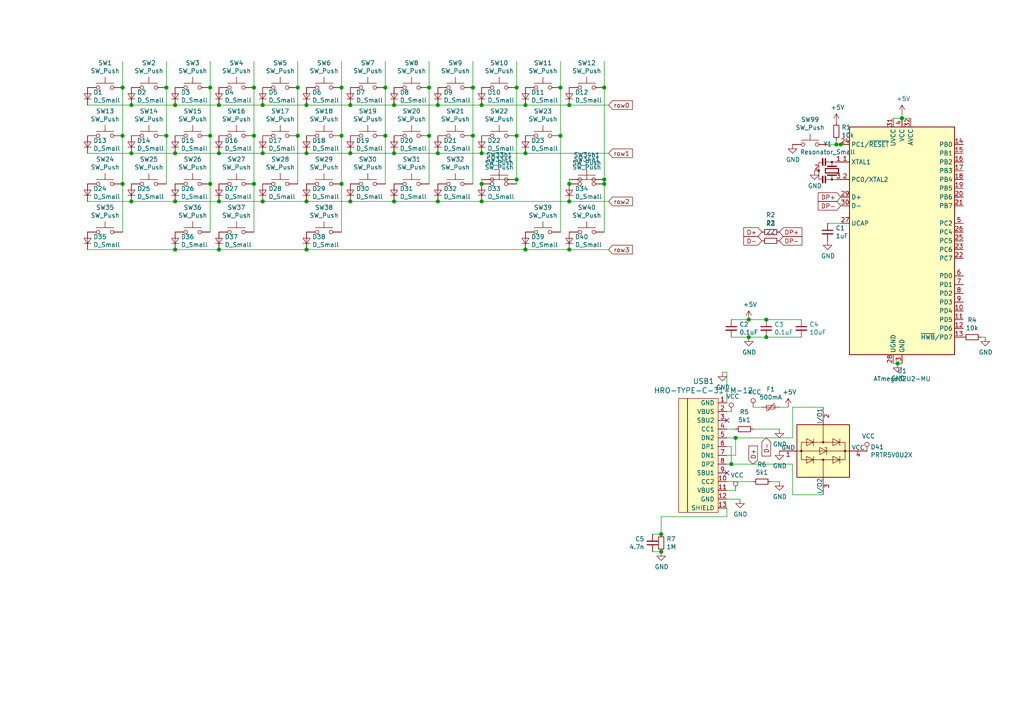
<source format=kicad_sch>
(kicad_sch (version 20210126) (generator eeschema)
  (paper "A4")
  (lib_symbols
    (symbol "Device:C_Small" (pin_numbers hide) (pin_names (offset 0.254) hide)
      (property "Reference" "C" (at 0.254 1.778 0))
      (property "Value" "C_Small" (at 0.254 -2.032 0))
      (symbol "C_Small_0_1"
        (polyline (pts (xy -1.524 -0.508) (xy 1.524 -0.508)) (stroke (width 0.3302)))
        (polyline (pts (xy -1.524 0.508) (xy 1.524 0.508)) (stroke (width 0.3048)))
      )
      (symbol "C_Small_1_1"
        (pin passive line (at 0 2.54 270) (length 2.032) (name "~") (number "1"))
        (pin passive line (at 0 -2.54 90) (length 2.032) (name "~") (number "2"))
      )
    )
    (symbol "Device:D_Small" (pin_numbers hide) (pin_names (offset 0.254) hide)
      (property "Reference" "D" (at -1.27 2.032 0))
      (property "Value" "D_Small" (at -3.81 -2.032 0))
      (symbol "D_Small_0_1"
        (polyline (pts (xy -0.762 -1.016) (xy -0.762 1.016)))
        (polyline (pts (xy -0.762 0) (xy 0.762 0)))
        (polyline (pts (xy 0.762 -1.016) (xy -0.762 0) (xy 0.762 1.016) (xy 0.762 -1.016)))
      )
      (symbol "D_Small_1_1"
        (pin passive line (at -2.54 0 0) (length 1.778) (name "K") (number "1"))
        (pin passive line (at 2.54 0 180) (length 1.778) (name "A") (number "2"))
      )
    )
    (symbol "Device:Polyfuse_Small" (pin_numbers hide) (pin_names (offset 0))
      (property "Reference" "F" (at -1.905 0 90))
      (property "Value" "Polyfuse_Small" (at 1.905 0 90))
      (symbol "Polyfuse_Small_0_1"
        (rectangle (start -0.508 1.27) (end 0.508 -1.27))
        (polyline (pts (xy 0 2.54) (xy 0 -2.54)))
        (polyline (pts (xy -1.016 1.27) (xy -1.016 0.762) (xy 1.016 -0.762) (xy 1.016 -1.27)))
      )
      (symbol "Polyfuse_Small_1_1"
        (pin passive line (at 0 2.54 270) (length 0.635) (name "~") (number "1"))
        (pin passive line (at 0 -2.54 90) (length 0.635) (name "~") (number "2"))
      )
    )
    (symbol "Device:R_Small" (pin_numbers hide) (pin_names (offset 0.254) hide)
      (property "Reference" "R" (at 0.762 0.508 0))
      (property "Value" "R_Small" (at 0.762 -1.016 0))
      (symbol "R_Small_0_1"
        (rectangle (start -0.762 1.778) (end 0.762 -1.778) (stroke (width 0.2032)))
      )
      (symbol "R_Small_1_1"
        (pin passive line (at 0 2.54 270) (length 0.762) (name "~") (number "1"))
        (pin passive line (at 0 -2.54 90) (length 0.762) (name "~") (number "2"))
      )
    )
    (symbol "Device:Resonator_Small" (pin_names (offset 1.016) hide)
      (property "Reference" "Y" (at 3.175 1.905 0))
      (property "Value" "Resonator_Small" (at 3.175 0 0))
      (symbol "Resonator_Small_0_1"
        (circle (center -2.54 0) (radius 0.254) (fill (type outline)))
        (circle (center 0 -3.81) (radius 0.254) (fill (type outline)))
        (circle (center 2.54 0) (radius 0.254) (fill (type outline)))
        (rectangle (start -0.635 1.905) (end 0.635 -1.905) (stroke (width 0.3048)))
        (rectangle (start -3.556 -2.54) (end -1.524 -2.794) (fill (type outline)))
        (rectangle (start -3.556 -1.778) (end -1.524 -2.032) (fill (type outline)))
        (rectangle (start 1.524 -2.54) (end 3.556 -2.794) (fill (type outline)))
        (rectangle (start 1.524 -1.778) (end 3.556 -2.032) (fill (type outline)))
        (polyline (pts (xy -2.54 -1.778) (xy -2.54 0)))
        (polyline (pts (xy -2.54 0) (xy -1.397 0)))
        (polyline (pts (xy -2.54 1.27) (xy -2.54 0)))
        (polyline (pts (xy -1.27 -1.27) (xy -1.27 1.27)) (stroke (width 0.381)))
        (polyline (pts (xy 1.27 -1.27) (xy 1.27 1.27)) (stroke (width 0.381)))
        (polyline (pts (xy 1.27 0) (xy 2.54 0)))
        (polyline (pts (xy 2.54 0) (xy 2.54 -1.778)))
        (polyline (pts (xy 2.54 1.27) (xy 2.54 0)))
        (polyline (pts (xy 2.413 -2.794) (xy 2.413 -3.81) (xy -2.413 -3.81) (xy -2.413 -2.667)))
      )
      (symbol "Resonator_Small_1_1"
        (pin passive line (at -2.54 2.54 270) (length 1.27) (name "1") (number "1"))
        (pin passive line (at 0 -5.08 90) (length 1.27) (name "2") (number "2"))
        (pin passive line (at 2.54 2.54 270) (length 1.27) (name "3") (number "3"))
      )
    )
    (symbol "MCU_Microchip_ATmega:ATmega32U2-MU"
      (property "Reference" "U" (at -15.24 34.29 0))
      (property "Value" "ATmega32U2-MU" (at 2.54 -34.29 0))
      (symbol "ATmega32U2-MU_0_1"
        (rectangle (start -15.24 -33.02) (end 15.24 33.02) (stroke (width 0.254)) (fill (type background)))
      )
      (symbol "ATmega32U2-MU_1_1"
        (pin input line (at -17.78 22.86 0) (length 2.54) (name "XTAL1") (number "1"))
        (pin tri_state line (at 17.78 -20.32 180) (length 2.54) (name "PD4") (number "10"))
        (pin tri_state line (at 17.78 -22.86 180) (length 2.54) (name "PD5") (number "11"))
        (pin tri_state line (at 17.78 -25.4 180) (length 2.54) (name "PD6") (number "12"))
        (pin tri_state line (at 17.78 -27.94 180) (length 2.54) (name "~HWB~/PD7") (number "13"))
        (pin tri_state line (at 17.78 27.94 180) (length 2.54) (name "PB0") (number "14"))
        (pin tri_state line (at 17.78 25.4 180) (length 2.54) (name "PB1") (number "15"))
        (pin tri_state line (at 17.78 22.86 180) (length 2.54) (name "PB2") (number "16"))
        (pin tri_state line (at 17.78 20.32 180) (length 2.54) (name "PB3") (number "17"))
        (pin tri_state line (at 17.78 17.78 180) (length 2.54) (name "PB4") (number "18"))
        (pin tri_state line (at 17.78 15.24 180) (length 2.54) (name "PB5") (number "19"))
        (pin tri_state line (at -17.78 17.78 0) (length 2.54) (name "PC0/XTAL2") (number "2"))
        (pin tri_state line (at 17.78 12.7 180) (length 2.54) (name "PB6") (number "20"))
        (pin tri_state line (at 17.78 10.16 180) (length 2.54) (name "PB7") (number "21"))
        (pin tri_state line (at 17.78 -5.08 180) (length 2.54) (name "PC7") (number "22"))
        (pin tri_state line (at 17.78 -2.54 180) (length 2.54) (name "PC6") (number "23"))
        (pin tri_state line (at -17.78 27.94 0) (length 2.54) (name "PC1/~RESET") (number "24"))
        (pin tri_state line (at 17.78 0 180) (length 2.54) (name "PC5") (number "25"))
        (pin tri_state line (at 17.78 2.54 180) (length 2.54) (name "PC4") (number "26"))
        (pin passive line (at -17.78 5.08 0) (length 2.54) (name "UCAP") (number "27"))
        (pin power_in line (at -2.54 -35.56 90) (length 2.54) (name "UGND") (number "28"))
        (pin bidirectional line (at -17.78 12.7 0) (length 2.54) (name "D+") (number "29"))
        (pin power_in line (at 0 -35.56 90) (length 2.54) (name "GND") (number "3"))
        (pin bidirectional line (at -17.78 10.16 0) (length 2.54) (name "D-") (number "30"))
        (pin power_in line (at -2.54 35.56 270) (length 2.54) (name "UVCC") (number "31"))
        (pin power_in line (at 2.54 35.56 270) (length 2.54) (name "AVCC") (number "32"))
        (pin passive line (at 0 -35.56 90) (length 2.54) hide (name "GND") (number "33"))
        (pin power_in line (at 0 35.56 270) (length 2.54) (name "VCC") (number "4"))
        (pin tri_state line (at 17.78 5.08 180) (length 2.54) (name "PC2") (number "5"))
        (pin tri_state line (at 17.78 -10.16 180) (length 2.54) (name "PD0") (number "6"))
        (pin tri_state line (at 17.78 -12.7 180) (length 2.54) (name "PD1") (number "7"))
        (pin tri_state line (at 17.78 -15.24 180) (length 2.54) (name "PD2") (number "8"))
        (pin tri_state line (at 17.78 -17.78 180) (length 2.54) (name "PD3") (number "9"))
      )
    )
    (symbol "Power_Protection:PRTR5V0U2X" (pin_names (offset 0))
      (property "Reference" "D" (at 2.794 8.636 0))
      (property "Value" "PRTR5V0U2X" (at 8.128 -9.398 0))
      (symbol "PRTR5V0U2X_0_1"
        (circle (center -2.54 0) (radius 0.254) (fill (type outline)))
        (circle (center 0 -6.35) (radius 0.254) (fill (type outline)))
        (circle (center 0 6.35) (radius 0.254) (fill (type outline)))
        (circle (center 2.54 0) (radius 0.254) (fill (type outline)))
        (rectangle (start -2.54 6.35) (end 2.54 -6.35))
        (rectangle (start -7.62 -7.62) (end 7.62 7.62) (stroke (width 0.254)) (fill (type background)))
        (polyline (pts (xy -2.54 0) (xy -7.62 0)))
        (polyline (pts (xy -1.524 -2.794) (xy -3.556 -2.794)))
        (polyline (pts (xy -1.524 4.826) (xy -3.556 4.826)))
        (polyline (pts (xy 0 -7.62) (xy 0 7.62)))
        (polyline (pts (xy 1.524 -2.794) (xy 3.556 -2.794)))
        (polyline (pts (xy 1.524 4.826) (xy 3.556 4.826)))
        (polyline (pts (xy 2.54 0) (xy 7.62 0)))
        (polyline (pts (xy 1.016 1.016) (xy -1.016 1.016) (xy -1.016 0.508)))
        (polyline (pts (xy -3.556 -4.826) (xy -1.524 -4.826) (xy -2.54 -2.794) (xy -3.556 -4.826)))
        (polyline (pts (xy -3.556 2.794) (xy -1.524 2.794) (xy -2.54 4.826) (xy -3.556 2.794)))
        (polyline (pts (xy -1.016 -1.016) (xy 1.016 -1.016) (xy 0 1.016) (xy -1.016 -1.016)))
        (polyline (pts (xy 3.556 -4.826) (xy 1.524 -4.826) (xy 2.54 -2.794) (xy 3.556 -4.826)))
        (polyline (pts (xy 3.556 2.794) (xy 1.524 2.794) (xy 2.54 4.826) (xy 3.556 2.794)))
      )
      (symbol "PRTR5V0U2X_1_1"
        (pin passive line (at 0 -12.7 90) (length 5.08) (name "GND") (number "1"))
        (pin passive line (at -12.7 0 0) (length 5.08) (name "I/O1") (number "2"))
        (pin passive line (at 12.7 0 180) (length 5.08) (name "I/O2") (number "3"))
        (pin passive line (at 0 12.7 270) (length 5.08) (name "VCC") (number "4"))
      )
    )
    (symbol "Switch:SW_Push" (pin_numbers hide) (pin_names (offset 1.016) hide)
      (property "Reference" "SW" (at 1.27 2.54 0))
      (property "Value" "SW_Push" (at 0 -1.524 0))
      (symbol "SW_Push_0_1"
        (circle (center -2.032 0) (radius 0.508))
        (circle (center 2.032 0) (radius 0.508))
        (polyline (pts (xy 0 1.27) (xy 0 3.048)))
        (polyline (pts (xy 2.54 1.27) (xy -2.54 1.27)))
        (pin passive line (at -5.08 0 0) (length 2.54) (name "1") (number "1"))
        (pin passive line (at 5.08 0 180) (length 2.54) (name "2") (number "2"))
      )
    )
    (symbol "Type-C:HRO-TYPE-C-31-M-12" (pin_names (offset 1.016))
      (property "Reference" "USB" (at -5.08 16.51 0))
      (property "Value" "HRO-TYPE-C-31-M-12" (at -10.16 -1.27 90))
      (symbol "HRO-TYPE-C-31-M-12_0_1"
        (rectangle (start -11.43 15.24) (end -8.89 -17.78) (fill (type background)))
        (rectangle (start 0 -17.78) (end -8.89 15.24) (fill (type background)))
      )
      (symbol "HRO-TYPE-C-31-M-12_1_1"
        (pin input line (at 2.54 13.97 180) (length 2.54) (name "GND") (number "1"))
        (pin input line (at 2.54 -8.89 180) (length 2.54) (name "CC2") (number "10"))
        (pin input line (at 2.54 -11.43 180) (length 2.54) (name "VBUS") (number "11"))
        (pin input line (at 2.54 -13.97 180) (length 2.54) (name "GND") (number "12"))
        (pin input line (at 2.54 -16.51 180) (length 2.54) (name "SHIELD") (number "13"))
        (pin input line (at 2.54 11.43 180) (length 2.54) (name "VBUS") (number "2"))
        (pin input line (at 2.54 8.89 180) (length 2.54) (name "SBU2") (number "3"))
        (pin input line (at 2.54 6.35 180) (length 2.54) (name "CC1") (number "4"))
        (pin input line (at 2.54 3.81 180) (length 2.54) (name "DN2") (number "5"))
        (pin input line (at 2.54 1.27 180) (length 2.54) (name "DP1") (number "6"))
        (pin input line (at 2.54 -1.27 180) (length 2.54) (name "DN1") (number "7"))
        (pin input line (at 2.54 -3.81 180) (length 2.54) (name "DP2") (number "8"))
        (pin input line (at 2.54 -6.35 180) (length 2.54) (name "SBU1") (number "9"))
      )
    )
    (symbol "power:+5V" (power) (pin_names (offset 0))
      (property "Value" "+5V" (at 0 3.556 0))
      (symbol "+5V_0_1"
        (polyline (pts (xy -0.762 1.27) (xy 0 2.54)))
        (polyline (pts (xy 0 0) (xy 0 2.54)))
        (polyline (pts (xy 0 2.54) (xy 0.762 1.27)))
      )
      (symbol "+5V_1_1"
        (pin power_in line (at 0 0 90) (length 0) hide (name "+5V") (number "1"))
      )
    )
    (symbol "power:GND" (power) (pin_names (offset 0))
      (property "Value" "GND" (at 0 -3.81 0))
      (symbol "GND_0_1"
        (polyline (pts (xy 0 0) (xy 0 -1.27) (xy 1.27 -1.27) (xy 0 -2.54) (xy -1.27 -1.27) (xy 0 -1.27)))
      )
      (symbol "GND_1_1"
        (pin power_in line (at 0 0 270) (length 0) hide (name "GND") (number "1"))
      )
    )
    (symbol "power:VCC" (power) (pin_names (offset 0))
      (property "Value" "VCC" (at 0 3.81 0))
      (symbol "VCC_0_1"
        (circle (center 0 1.905) (radius 0.635))
        (polyline (pts (xy 0 0) (xy 0 1.27)))
      )
      (symbol "VCC_1_1"
        (pin power_in line (at 0 0 90) (length 0) hide (name "VCC") (number "1"))
      )
    )
  )
  (junction (at 35.56 25.4) (diameter 1.016))
  (junction (at 35.56 39.37) (diameter 1.016))
  (junction (at 35.56 53.34) (diameter 1.016))
  (junction (at 38.1 30.48) (diameter 1.016))
  (junction (at 38.1 44.45) (diameter 1.016))
  (junction (at 38.1 58.42) (diameter 1.016))
  (junction (at 48.26 25.4) (diameter 1.016))
  (junction (at 48.26 39.37) (diameter 1.016))
  (junction (at 50.8 30.48) (diameter 1.016))
  (junction (at 50.8 44.45) (diameter 1.016))
  (junction (at 50.8 58.42) (diameter 1.016))
  (junction (at 50.8 72.39) (diameter 1.016))
  (junction (at 60.96 25.4) (diameter 1.016))
  (junction (at 60.96 39.37) (diameter 1.016))
  (junction (at 60.96 53.34) (diameter 1.016))
  (junction (at 63.5 30.48) (diameter 1.016))
  (junction (at 63.5 44.45) (diameter 1.016))
  (junction (at 63.5 58.42) (diameter 1.016))
  (junction (at 63.5 72.39) (diameter 1.016))
  (junction (at 73.66 25.4) (diameter 1.016))
  (junction (at 73.66 39.37) (diameter 1.016))
  (junction (at 73.66 53.34) (diameter 1.016))
  (junction (at 76.2 30.48) (diameter 1.016))
  (junction (at 76.2 44.45) (diameter 1.016))
  (junction (at 76.2 58.42) (diameter 1.016))
  (junction (at 86.36 25.4) (diameter 1.016))
  (junction (at 86.36 39.37) (diameter 1.016))
  (junction (at 88.9 30.48) (diameter 1.016))
  (junction (at 88.9 44.45) (diameter 1.016))
  (junction (at 88.9 58.42) (diameter 1.016))
  (junction (at 88.9 72.39) (diameter 1.016))
  (junction (at 99.06 25.4) (diameter 1.016))
  (junction (at 99.06 39.37) (diameter 1.016))
  (junction (at 99.06 53.34) (diameter 1.016))
  (junction (at 101.6 30.48) (diameter 1.016))
  (junction (at 101.6 44.45) (diameter 1.016))
  (junction (at 101.6 58.42) (diameter 1.016))
  (junction (at 111.76 25.4) (diameter 1.016))
  (junction (at 111.76 39.37) (diameter 1.016))
  (junction (at 114.3 30.48) (diameter 1.016))
  (junction (at 114.3 44.45) (diameter 1.016))
  (junction (at 114.3 58.42) (diameter 1.016))
  (junction (at 124.46 25.4) (diameter 1.016))
  (junction (at 124.46 39.37) (diameter 1.016))
  (junction (at 127 30.48) (diameter 1.016))
  (junction (at 127 44.45) (diameter 1.016))
  (junction (at 127 58.42) (diameter 1.016))
  (junction (at 137.16 25.4) (diameter 1.016))
  (junction (at 137.16 39.37) (diameter 1.016))
  (junction (at 139.7 30.48) (diameter 1.016))
  (junction (at 139.7 44.45) (diameter 1.016))
  (junction (at 139.7 53.34) (diameter 1.016))
  (junction (at 139.7 58.42) (diameter 1.016))
  (junction (at 149.86 25.4) (diameter 1.016))
  (junction (at 149.86 39.37) (diameter 1.016))
  (junction (at 149.86 52.07) (diameter 1.016))
  (junction (at 152.4 30.48) (diameter 1.016))
  (junction (at 152.4 44.45) (diameter 1.016))
  (junction (at 152.4 72.39) (diameter 1.016))
  (junction (at 162.56 25.4) (diameter 1.016))
  (junction (at 162.56 39.37) (diameter 1.016))
  (junction (at 165.1 30.48) (diameter 1.016))
  (junction (at 165.1 53.34) (diameter 1.016))
  (junction (at 165.1 58.42) (diameter 1.016))
  (junction (at 165.1 72.39) (diameter 1.016))
  (junction (at 175.26 25.4) (diameter 1.016))
  (junction (at 175.26 52.07) (diameter 1.016))
  (junction (at 175.26 53.34) (diameter 1.016))
  (junction (at 191.77 154.94) (diameter 1.016))
  (junction (at 191.77 160.02) (diameter 1.016))
  (junction (at 212.09 134.62) (diameter 1.016))
  (junction (at 213.36 127) (diameter 1.016))
  (junction (at 217.17 92.71) (diameter 1.016))
  (junction (at 217.17 97.79) (diameter 1.016))
  (junction (at 222.25 92.71) (diameter 1.016))
  (junction (at 222.25 97.79) (diameter 1.016))
  (junction (at 242.57 41.91) (diameter 1.016))
  (junction (at 243.84 41.91) (diameter 1.016))
  (junction (at 260.35 105.41) (diameter 1.016))
  (junction (at 261.62 34.29) (diameter 1.016))
  (no_connect (at 210.82 121.92))
  (no_connect (at 210.82 137.16))
  (wire (pts (xy 25.4 30.48) (xy 38.1 30.48)))
  (wire (pts (xy 25.4 44.45) (xy 38.1 44.45)))
  (wire (pts (xy 25.4 58.42) (xy 38.1 58.42)))
  (wire (pts (xy 25.4 72.39) (xy 50.8 72.39)))
  (wire (pts (xy 35.56 17.78) (xy 35.56 25.4)))
  (wire (pts (xy 35.56 25.4) (xy 35.56 39.37)))
  (wire (pts (xy 35.56 39.37) (xy 35.56 53.34)))
  (wire (pts (xy 35.56 53.34) (xy 35.56 67.31)))
  (wire (pts (xy 38.1 30.48) (xy 50.8 30.48)))
  (wire (pts (xy 38.1 44.45) (xy 50.8 44.45)))
  (wire (pts (xy 38.1 58.42) (xy 50.8 58.42)))
  (wire (pts (xy 48.26 17.78) (xy 48.26 25.4)))
  (wire (pts (xy 48.26 25.4) (xy 48.26 39.37)))
  (wire (pts (xy 48.26 39.37) (xy 48.26 53.34)))
  (wire (pts (xy 50.8 30.48) (xy 63.5 30.48)))
  (wire (pts (xy 50.8 44.45) (xy 63.5 44.45)))
  (wire (pts (xy 50.8 58.42) (xy 63.5 58.42)))
  (wire (pts (xy 50.8 72.39) (xy 63.5 72.39)))
  (wire (pts (xy 60.96 17.78) (xy 60.96 25.4)))
  (wire (pts (xy 60.96 25.4) (xy 60.96 39.37)))
  (wire (pts (xy 60.96 39.37) (xy 60.96 53.34)))
  (wire (pts (xy 60.96 53.34) (xy 60.96 67.31)))
  (wire (pts (xy 63.5 30.48) (xy 76.2 30.48)))
  (wire (pts (xy 63.5 44.45) (xy 76.2 44.45)))
  (wire (pts (xy 63.5 58.42) (xy 76.2 58.42)))
  (wire (pts (xy 63.5 72.39) (xy 88.9 72.39)))
  (wire (pts (xy 73.66 17.78) (xy 73.66 25.4)))
  (wire (pts (xy 73.66 25.4) (xy 73.66 39.37)))
  (wire (pts (xy 73.66 39.37) (xy 73.66 53.34)))
  (wire (pts (xy 73.66 53.34) (xy 73.66 67.31)))
  (wire (pts (xy 76.2 30.48) (xy 88.9 30.48)))
  (wire (pts (xy 76.2 44.45) (xy 88.9 44.45)))
  (wire (pts (xy 76.2 58.42) (xy 88.9 58.42)))
  (wire (pts (xy 86.36 17.78) (xy 86.36 25.4)))
  (wire (pts (xy 86.36 25.4) (xy 86.36 39.37)))
  (wire (pts (xy 86.36 39.37) (xy 86.36 53.34)))
  (wire (pts (xy 88.9 30.48) (xy 101.6 30.48)))
  (wire (pts (xy 88.9 44.45) (xy 101.6 44.45)))
  (wire (pts (xy 88.9 58.42) (xy 101.6 58.42)))
  (wire (pts (xy 88.9 72.39) (xy 152.4 72.39)))
  (wire (pts (xy 99.06 17.78) (xy 99.06 25.4)))
  (wire (pts (xy 99.06 25.4) (xy 99.06 39.37)))
  (wire (pts (xy 99.06 39.37) (xy 99.06 53.34)))
  (wire (pts (xy 99.06 53.34) (xy 99.06 67.31)))
  (wire (pts (xy 101.6 30.48) (xy 114.3 30.48)))
  (wire (pts (xy 101.6 44.45) (xy 114.3 44.45)))
  (wire (pts (xy 101.6 58.42) (xy 114.3 58.42)))
  (wire (pts (xy 111.76 17.78) (xy 111.76 25.4)))
  (wire (pts (xy 111.76 25.4) (xy 111.76 39.37)))
  (wire (pts (xy 111.76 39.37) (xy 111.76 53.34)))
  (wire (pts (xy 114.3 30.48) (xy 127 30.48)))
  (wire (pts (xy 114.3 44.45) (xy 127 44.45)))
  (wire (pts (xy 114.3 58.42) (xy 127 58.42)))
  (wire (pts (xy 124.46 17.78) (xy 124.46 25.4)))
  (wire (pts (xy 124.46 25.4) (xy 124.46 39.37)))
  (wire (pts (xy 124.46 39.37) (xy 124.46 53.34)))
  (wire (pts (xy 127 30.48) (xy 139.7 30.48)))
  (wire (pts (xy 127 44.45) (xy 139.7 44.45)))
  (wire (pts (xy 127 58.42) (xy 139.7 58.42)))
  (wire (pts (xy 137.16 17.78) (xy 137.16 25.4)))
  (wire (pts (xy 137.16 25.4) (xy 137.16 39.37)))
  (wire (pts (xy 137.16 39.37) (xy 137.16 53.34)))
  (wire (pts (xy 139.7 30.48) (xy 152.4 30.48)))
  (wire (pts (xy 139.7 44.45) (xy 152.4 44.45)))
  (wire (pts (xy 139.7 52.07) (xy 139.7 53.34)))
  (wire (pts (xy 139.7 58.42) (xy 165.1 58.42)))
  (wire (pts (xy 149.86 17.78) (xy 149.86 25.4)))
  (wire (pts (xy 149.86 25.4) (xy 149.86 39.37)))
  (wire (pts (xy 149.86 39.37) (xy 149.86 52.07)))
  (wire (pts (xy 149.86 52.07) (xy 149.86 53.34)))
  (wire (pts (xy 152.4 30.48) (xy 165.1 30.48)))
  (wire (pts (xy 152.4 44.45) (xy 176.53 44.45)))
  (wire (pts (xy 152.4 72.39) (xy 165.1 72.39)))
  (wire (pts (xy 162.56 17.78) (xy 162.56 25.4)))
  (wire (pts (xy 162.56 25.4) (xy 162.56 39.37)))
  (wire (pts (xy 162.56 39.37) (xy 162.56 67.31)))
  (wire (pts (xy 165.1 30.48) (xy 176.53 30.48)))
  (wire (pts (xy 165.1 52.07) (xy 165.1 53.34)))
  (wire (pts (xy 165.1 58.42) (xy 176.53 58.42)))
  (wire (pts (xy 165.1 72.39) (xy 176.53 72.39)))
  (wire (pts (xy 175.26 17.78) (xy 175.26 25.4)))
  (wire (pts (xy 175.26 25.4) (xy 175.26 52.07)))
  (wire (pts (xy 175.26 52.07) (xy 175.26 53.34)))
  (wire (pts (xy 175.26 53.34) (xy 175.26 67.31)))
  (wire (pts (xy 189.23 154.94) (xy 191.77 154.94)))
  (wire (pts (xy 189.23 160.02) (xy 191.77 160.02)))
  (wire (pts (xy 191.77 149.86) (xy 191.77 154.94)))
  (wire (pts (xy 210.82 107.95) (xy 209.55 107.95)))
  (wire (pts (xy 210.82 107.95) (xy 210.82 116.84)))
  (wire (pts (xy 210.82 119.38) (xy 212.09 119.38)))
  (wire (pts (xy 210.82 124.46) (xy 213.36 124.46)))
  (wire (pts (xy 210.82 127) (xy 213.36 127)))
  (wire (pts (xy 210.82 129.54) (xy 212.09 129.54)))
  (wire (pts (xy 210.82 139.7) (xy 218.44 139.7)))
  (wire (pts (xy 210.82 142.24) (xy 213.36 142.24)))
  (wire (pts (xy 210.82 144.78) (xy 214.63 144.78)))
  (wire (pts (xy 210.82 147.32) (xy 210.82 149.86)))
  (wire (pts (xy 210.82 149.86) (xy 191.77 149.86)))
  (wire (pts (xy 212.09 92.71) (xy 217.17 92.71)))
  (wire (pts (xy 212.09 129.54) (xy 212.09 134.62)))
  (wire (pts (xy 212.09 134.62) (xy 210.82 134.62)))
  (wire (pts (xy 212.09 134.62) (xy 229.87 134.62)))
  (wire (pts (xy 213.36 127) (xy 213.36 132.08)))
  (wire (pts (xy 213.36 127) (xy 229.87 127)))
  (wire (pts (xy 213.36 132.08) (xy 210.82 132.08)))
  (wire (pts (xy 217.17 92.71) (xy 222.25 92.71)))
  (wire (pts (xy 217.17 97.79) (xy 212.09 97.79)))
  (wire (pts (xy 218.44 118.11) (xy 220.98 118.11)))
  (wire (pts (xy 218.44 124.46) (xy 226.06 124.46)))
  (wire (pts (xy 222.25 92.71) (xy 232.41 92.71)))
  (wire (pts (xy 222.25 97.79) (xy 217.17 97.79)))
  (wire (pts (xy 223.52 139.7) (xy 226.06 139.7)))
  (wire (pts (xy 226.06 118.11) (xy 228.6 118.11)))
  (wire (pts (xy 229.87 118.11) (xy 229.87 127)))
  (wire (pts (xy 229.87 118.11) (xy 238.76 118.11)))
  (wire (pts (xy 229.87 134.62) (xy 229.87 143.51)))
  (wire (pts (xy 229.87 143.51) (xy 238.76 143.51)))
  (wire (pts (xy 232.41 97.79) (xy 222.25 97.79)))
  (wire (pts (xy 242.57 41.91) (xy 240.03 41.91)))
  (wire (pts (xy 242.57 41.91) (xy 242.57 40.64)))
  (wire (pts (xy 243.84 41.91) (xy 242.57 41.91)))
  (wire (pts (xy 243.84 64.77) (xy 240.03 64.77)))
  (wire (pts (xy 245.11 41.91) (xy 243.84 41.91)))
  (wire (pts (xy 259.08 34.29) (xy 261.62 34.29)))
  (wire (pts (xy 259.08 105.41) (xy 260.35 105.41)))
  (wire (pts (xy 260.35 105.41) (xy 261.62 105.41)))
  (wire (pts (xy 261.62 34.29) (xy 261.62 33.02)))
  (wire (pts (xy 261.62 34.29) (xy 264.16 34.29)))
  (wire (pts (xy 284.48 97.79) (xy 285.75 97.79)))
  (global_label "row0" (shape input) (at 176.53 30.48 0) (property "Intersheet References" "${INTERSHEET_REFS}" (effects hide)))
  (global_label "row1" (shape input) (at 176.53 44.45 0) (property "Intersheet References" "${INTERSHEET_REFS}" (effects hide)))
  (global_label "row2" (shape input) (at 176.53 58.42 0) (property "Intersheet References" "${INTERSHEET_REFS}" (effects hide)))
  (global_label "row3" (shape input) (at 176.53 72.39 0) (property "Intersheet References" "${INTERSHEET_REFS}" (effects hide)))
  (global_label "D+" (shape input) (at 218.44 134.62 90) (property "Intersheet References" "${INTERSHEET_REFS}" (effects hide)))
  (global_label "D+" (shape input) (at 220.98 67.31 180) (property "Intersheet References" "${INTERSHEET_REFS}" (effects hide)))
  (global_label "D-" (shape input) (at 220.98 69.85 180) (property "Intersheet References" "${INTERSHEET_REFS}" (effects hide)))
  (global_label "D-" (shape input) (at 222.25 127 270) (property "Intersheet References" "${INTERSHEET_REFS}" (effects hide)))
  (global_label "DP+" (shape input) (at 226.06 67.31 0) (property "Intersheet References" "${INTERSHEET_REFS}" (effects hide)))
  (global_label "DP-" (shape input) (at 226.06 69.85 0) (property "Intersheet References" "${INTERSHEET_REFS}" (effects hide)))
  (global_label "DP+" (shape input) (at 243.84 57.15 180) (property "Intersheet References" "${INTERSHEET_REFS}" (effects hide)))
  (global_label "DP-" (shape input) (at 243.84 59.69 180) (property "Intersheet References" "${INTERSHEET_REFS}" (effects hide)))
  (symbol (lib_id "power:VCC") (at 212.09 119.38 0) (unit 1)
    (property "Reference" "#PWR0114" (effects hide))
    (property "Value" "VCC" (at 212.5218 114.9858 0))
  )
  (symbol (lib_id "power:VCC") (at 213.36 142.24 0) (unit 1)
    (property "Reference" "#PWR0107" (effects hide))
    (property "Value" "VCC" (at 213.7918 137.8458 0))
  )
  (symbol (lib_id "power:VCC") (at 218.44 118.11 0) (unit 1)
    (property "Reference" "#PWR0117" (effects hide))
    (property "Value" "VCC" (at 218.8718 113.7158 0))
  )
  (symbol (lib_id "power:VCC") (at 251.46 130.81 0) (unit 1)
    (property "Reference" "#PWR0119" (effects hide))
    (property "Value" "VCC" (at 251.8918 126.4856 0))
  )
  (symbol (lib_id "power:+5V") (at 217.17 92.71 0) (unit 1)
    (property "Reference" "#PWR0101" (effects hide))
    (property "Value" "+5V" (at 217.551 88.3158 0))
  )
  (symbol (lib_id "power:+5V") (at 228.6 118.11 0) (unit 1)
    (property "Reference" "#PWR0118" (effects hide))
    (property "Value" "+5V" (at 228.981 113.7158 0))
  )
  (symbol (lib_id "power:+5V") (at 242.57 35.56 0) (unit 1)
    (property "Reference" "#PWR0105" (effects hide))
    (property "Value" "+5V" (at 242.951 31.1658 0))
  )
  (symbol (lib_id "power:+5V") (at 261.62 33.02 0) (unit 1)
    (property "Reference" "#PWR0106" (effects hide))
    (property "Value" "+5V" (at 262.001 28.6258 0))
  )
  (symbol (lib_id "power:GND") (at 191.77 160.02 0) (unit 1)
    (property "Reference" "#PWR0109" (effects hide))
    (property "Value" "GND" (at 191.897 164.4142 0))
  )
  (symbol (lib_id "power:GND") (at 209.55 107.95 0) (unit 1)
    (property "Reference" "#PWR0110" (effects hide))
    (property "Value" "GND" (at 209.677 112.3442 0))
  )
  (symbol (lib_id "power:GND") (at 214.63 144.78 0) (unit 1)
    (property "Reference" "#PWR0108" (effects hide))
    (property "Value" "GND" (at 214.757 149.1742 0))
  )
  (symbol (lib_id "power:GND") (at 217.17 97.79 0) (unit 1)
    (property "Reference" "#PWR0113" (effects hide))
    (property "Value" "GND" (at 217.297 102.1842 0))
  )
  (symbol (lib_id "power:GND") (at 226.06 124.46 0) (unit 1)
    (property "Reference" "#PWR0120" (effects hide))
    (property "Value" "GND" (at 226.187 128.8542 0))
  )
  (symbol (lib_id "power:GND") (at 226.06 130.81 0) (unit 1)
    (property "Reference" "#PWR0116" (effects hide))
    (property "Value" "GND" (at 226.1743 135.1344 0))
  )
  (symbol (lib_id "power:GND") (at 226.06 139.7 0) (unit 1)
    (property "Reference" "#PWR0115" (effects hide))
    (property "Value" "GND" (at 226.187 144.0942 0))
  )
  (symbol (lib_id "power:GND") (at 229.87 41.91 0) (unit 1)
    (property "Reference" "#PWR0104" (effects hide))
    (property "Value" "GND" (at 229.997 46.3042 0))
  )
  (symbol (lib_id "power:GND") (at 236.22 49.53 0) (unit 1)
    (property "Reference" "#PWR0103" (effects hide))
    (property "Value" "GND" (at 236.347 53.9242 0))
  )
  (symbol (lib_id "power:GND") (at 240.03 69.85 0) (unit 1)
    (property "Reference" "#PWR0102" (effects hide))
    (property "Value" "GND" (at 240.157 74.2442 0))
  )
  (symbol (lib_id "power:GND") (at 260.35 105.41 0) (unit 1)
    (property "Reference" "#PWR0112" (effects hide))
    (property "Value" "GND" (at 260.4643 109.7344 0))
  )
  (symbol (lib_id "power:GND") (at 285.75 97.79 0) (unit 1)
    (property "Reference" "#PWR0111" (effects hide))
    (property "Value" "GND" (at 285.877 102.1842 0))
  )
  (symbol (lib_id "Device:R_Small") (at 191.77 157.48 0) (unit 1)
    (property "Reference" "R7" (at 193.2686 156.3116 0) (effects (justify left)))
    (property "Value" "1M" (at 193.2686 158.623 0) (effects (justify left)))
    (property "Footprint" "Resistor_SMD:R_0603_1608Metric" (effects hide))
  )
  (symbol (lib_id "Device:R_Small") (at 215.9 124.46 90) (unit 1)
    (property "Reference" "R5" (at 215.9 119.4816 90))
    (property "Value" "5k1" (at 215.9 121.793 90))
    (property "Footprint" "Resistor_SMD:R_0603_1608Metric" (effects hide))
  )
  (symbol (lib_id "Device:R_Small") (at 220.98 139.7 90) (unit 1)
    (property "Reference" "R6" (at 220.98 134.7216 90))
    (property "Value" "5k1" (at 220.98 137.033 90))
    (property "Footprint" "Resistor_SMD:R_0603_1608Metric" (effects hide))
  )
  (symbol (lib_id "Device:R_Small") (at 223.52 67.31 270) (unit 1)
    (property "Reference" "R2" (at 223.52 62.3316 90))
    (property "Value" "22" (at 223.52 64.643 90))
    (property "Footprint" "Resistor_SMD:R_0603_1608Metric" (effects hide))
  )
  (symbol (lib_id "Device:R_Small") (at 223.52 69.85 270) (unit 1)
    (property "Reference" "R3" (at 223.52 64.8716 90))
    (property "Value" "22" (at 223.52 67.183 90))
    (property "Footprint" "Resistor_SMD:R_0603_1608Metric" (effects hide))
  )
  (symbol (lib_id "Device:R_Small") (at 242.57 38.1 0) (unit 1)
    (property "Reference" "R1" (at 244.0686 36.9316 0) (effects (justify left)))
    (property "Value" "10k" (at 244.0686 39.243 0) (effects (justify left)))
    (property "Footprint" "Resistor_SMD:R_0603_1608Metric" (effects hide))
  )
  (symbol (lib_id "Device:R_Small") (at 281.94 97.79 270) (unit 1)
    (property "Reference" "R4" (at 281.94 92.8116 90))
    (property "Value" "10k" (at 281.94 95.123 90))
    (property "Footprint" "Resistor_SMD:R_0603_1608Metric" (effects hide))
  )
  (symbol (lib_id "Device:D_Small") (at 25.4 27.94 90) (unit 1)
    (property "Reference" "D1" (at 27.0511 26.7906 90) (effects (justify right)))
    (property "Value" "D_Small" (at 27.0511 29.0893 90) (effects (justify right)))
    (property "Footprint" "Diode_SMD:D_SOD-123" (effects hide))
  )
  (symbol (lib_id "Device:D_Small") (at 25.4 41.91 90) (unit 1)
    (property "Reference" "D13" (at 27.0511 40.7606 90) (effects (justify right)))
    (property "Value" "D_Small" (at 27.0511 43.0593 90) (effects (justify right)))
    (property "Footprint" "Diode_SMD:D_SOD-123" (effects hide))
  )
  (symbol (lib_id "Device:D_Small") (at 25.4 55.88 90) (unit 1)
    (property "Reference" "D24" (at 27.0511 54.7306 90) (effects (justify right)))
    (property "Value" "D_Small" (at 27.0511 57.0293 90) (effects (justify right)))
    (property "Footprint" "Diode_SMD:D_SOD-123" (effects hide))
  )
  (symbol (lib_id "Device:D_Small") (at 25.4 69.85 90) (unit 1)
    (property "Reference" "D35" (at 27.0511 68.7006 90) (effects (justify right)))
    (property "Value" "D_Small" (at 27.0511 70.9993 90) (effects (justify right)))
    (property "Footprint" "Diode_SMD:D_SOD-123" (effects hide))
  )
  (symbol (lib_id "Device:D_Small") (at 38.1 27.94 90) (unit 1)
    (property "Reference" "D2" (at 39.7511 26.7906 90) (effects (justify right)))
    (property "Value" "D_Small" (at 39.7511 29.0893 90) (effects (justify right)))
    (property "Footprint" "Diode_SMD:D_SOD-123" (effects hide))
  )
  (symbol (lib_id "Device:D_Small") (at 38.1 41.91 90) (unit 1)
    (property "Reference" "D14" (at 39.7511 40.7606 90) (effects (justify right)))
    (property "Value" "D_Small" (at 39.7511 43.0593 90) (effects (justify right)))
    (property "Footprint" "Diode_SMD:D_SOD-123" (effects hide))
  )
  (symbol (lib_id "Device:D_Small") (at 38.1 55.88 90) (unit 1)
    (property "Reference" "D25" (at 39.7511 54.7306 90) (effects (justify right)))
    (property "Value" "D_Small" (at 39.7511 57.0293 90) (effects (justify right)))
    (property "Footprint" "Diode_SMD:D_SOD-123" (effects hide))
  )
  (symbol (lib_id "Device:D_Small") (at 50.8 27.94 90) (unit 1)
    (property "Reference" "D3" (at 52.4511 26.7906 90) (effects (justify right)))
    (property "Value" "D_Small" (at 52.4511 29.0893 90) (effects (justify right)))
    (property "Footprint" "Diode_SMD:D_SOD-123" (effects hide))
  )
  (symbol (lib_id "Device:D_Small") (at 50.8 41.91 90) (unit 1)
    (property "Reference" "D15" (at 52.4511 40.7606 90) (effects (justify right)))
    (property "Value" "D_Small" (at 52.4511 43.0593 90) (effects (justify right)))
    (property "Footprint" "Diode_SMD:D_SOD-123" (effects hide))
  )
  (symbol (lib_id "Device:D_Small") (at 50.8 55.88 90) (unit 1)
    (property "Reference" "D26" (at 52.4511 54.7306 90) (effects (justify right)))
    (property "Value" "D_Small" (at 52.4511 57.0293 90) (effects (justify right)))
    (property "Footprint" "Diode_SMD:D_SOD-123" (effects hide))
  )
  (symbol (lib_id "Device:D_Small") (at 50.8 69.85 90) (unit 1)
    (property "Reference" "D36" (at 52.4511 68.7006 90) (effects (justify right)))
    (property "Value" "D_Small" (at 52.4511 70.9993 90) (effects (justify right)))
    (property "Footprint" "Diode_SMD:D_SOD-123" (effects hide))
  )
  (symbol (lib_id "Device:D_Small") (at 63.5 27.94 90) (unit 1)
    (property "Reference" "D4" (at 65.1511 26.7906 90) (effects (justify right)))
    (property "Value" "D_Small" (at 65.1511 29.0893 90) (effects (justify right)))
    (property "Footprint" "Diode_SMD:D_SOD-123" (effects hide))
  )
  (symbol (lib_id "Device:D_Small") (at 63.5 41.91 90) (unit 1)
    (property "Reference" "D16" (at 65.1511 40.7606 90) (effects (justify right)))
    (property "Value" "D_Small" (at 65.1511 43.0593 90) (effects (justify right)))
    (property "Footprint" "Diode_SMD:D_SOD-123" (effects hide))
  )
  (symbol (lib_id "Device:D_Small") (at 63.5 55.88 90) (unit 1)
    (property "Reference" "D27" (at 65.1511 54.7306 90) (effects (justify right)))
    (property "Value" "D_Small" (at 65.1511 57.0293 90) (effects (justify right)))
    (property "Footprint" "Diode_SMD:D_SOD-123" (effects hide))
  )
  (symbol (lib_id "Device:D_Small") (at 63.5 69.85 90) (unit 1)
    (property "Reference" "D37" (at 65.1511 68.7006 90) (effects (justify right)))
    (property "Value" "D_Small" (at 65.1511 70.9993 90) (effects (justify right)))
    (property "Footprint" "Diode_SMD:D_SOD-123" (effects hide))
  )
  (symbol (lib_id "Device:D_Small") (at 76.2 27.94 90) (unit 1)
    (property "Reference" "D5" (at 77.8511 26.7906 90) (effects (justify right)))
    (property "Value" "D_Small" (at 77.8511 29.0893 90) (effects (justify right)))
    (property "Footprint" "Diode_SMD:D_SOD-123" (effects hide))
  )
  (symbol (lib_id "Device:D_Small") (at 76.2 41.91 90) (unit 1)
    (property "Reference" "D17" (at 77.8511 40.7606 90) (effects (justify right)))
    (property "Value" "D_Small" (at 77.8511 43.0593 90) (effects (justify right)))
    (property "Footprint" "Diode_SMD:D_SOD-123" (effects hide))
  )
  (symbol (lib_id "Device:D_Small") (at 76.2 55.88 90) (unit 1)
    (property "Reference" "D28" (at 77.8511 54.7306 90) (effects (justify right)))
    (property "Value" "D_Small" (at 77.8511 57.0293 90) (effects (justify right)))
    (property "Footprint" "Diode_SMD:D_SOD-123" (effects hide))
  )
  (symbol (lib_id "Device:D_Small") (at 88.9 27.94 90) (unit 1)
    (property "Reference" "D6" (at 90.5511 26.7906 90) (effects (justify right)))
    (property "Value" "D_Small" (at 90.5511 29.0893 90) (effects (justify right)))
    (property "Footprint" "Diode_SMD:D_SOD-123" (effects hide))
  )
  (symbol (lib_id "Device:D_Small") (at 88.9 41.91 90) (unit 1)
    (property "Reference" "D18" (at 90.5511 40.7606 90) (effects (justify right)))
    (property "Value" "D_Small" (at 90.5511 43.0593 90) (effects (justify right)))
    (property "Footprint" "Diode_SMD:D_SOD-123" (effects hide))
  )
  (symbol (lib_id "Device:D_Small") (at 88.9 55.88 90) (unit 1)
    (property "Reference" "D29" (at 90.5511 54.7306 90) (effects (justify right)))
    (property "Value" "D_Small" (at 90.5511 57.0293 90) (effects (justify right)))
    (property "Footprint" "Diode_SMD:D_SOD-123" (effects hide))
  )
  (symbol (lib_id "Device:D_Small") (at 88.9 69.85 90) (unit 1)
    (property "Reference" "D38" (at 90.5511 68.7006 90) (effects (justify right)))
    (property "Value" "D_Small" (at 90.5511 70.9993 90) (effects (justify right)))
    (property "Footprint" "Diode_SMD:D_SOD-123" (effects hide))
  )
  (symbol (lib_id "Device:D_Small") (at 101.6 27.94 90) (unit 1)
    (property "Reference" "D7" (at 103.2511 26.7906 90) (effects (justify right)))
    (property "Value" "D_Small" (at 103.2511 29.0893 90) (effects (justify right)))
    (property "Footprint" "Diode_SMD:D_SOD-123" (effects hide))
  )
  (symbol (lib_id "Device:D_Small") (at 101.6 41.91 90) (unit 1)
    (property "Reference" "D19" (at 103.2511 40.7606 90) (effects (justify right)))
    (property "Value" "D_Small" (at 103.2511 43.0593 90) (effects (justify right)))
    (property "Footprint" "Diode_SMD:D_SOD-123" (effects hide))
  )
  (symbol (lib_id "Device:D_Small") (at 101.6 55.88 90) (unit 1)
    (property "Reference" "D30" (at 103.2511 54.7306 90) (effects (justify right)))
    (property "Value" "D_Small" (at 103.2511 57.0293 90) (effects (justify right)))
    (property "Footprint" "Diode_SMD:D_SOD-123" (effects hide))
  )
  (symbol (lib_id "Device:D_Small") (at 114.3 27.94 90) (unit 1)
    (property "Reference" "D8" (at 115.9511 26.7906 90) (effects (justify right)))
    (property "Value" "D_Small" (at 115.9511 29.0893 90) (effects (justify right)))
    (property "Footprint" "Diode_SMD:D_SOD-123" (effects hide))
  )
  (symbol (lib_id "Device:D_Small") (at 114.3 41.91 90) (unit 1)
    (property "Reference" "D20" (at 115.9511 40.7606 90) (effects (justify right)))
    (property "Value" "D_Small" (at 115.9511 43.0593 90) (effects (justify right)))
    (property "Footprint" "Diode_SMD:D_SOD-123" (effects hide))
  )
  (symbol (lib_id "Device:D_Small") (at 114.3 55.88 90) (unit 1)
    (property "Reference" "D31" (at 115.9511 54.7306 90) (effects (justify right)))
    (property "Value" "D_Small" (at 115.9511 57.0293 90) (effects (justify right)))
    (property "Footprint" "Diode_SMD:D_SOD-123" (effects hide))
  )
  (symbol (lib_id "Device:D_Small") (at 127 27.94 90) (unit 1)
    (property "Reference" "D9" (at 128.6511 26.7906 90) (effects (justify right)))
    (property "Value" "D_Small" (at 128.6511 29.0893 90) (effects (justify right)))
    (property "Footprint" "Diode_SMD:D_SOD-123" (effects hide))
  )
  (symbol (lib_id "Device:D_Small") (at 127 41.91 90) (unit 1)
    (property "Reference" "D21" (at 128.6511 40.7606 90) (effects (justify right)))
    (property "Value" "D_Small" (at 128.6511 43.0593 90) (effects (justify right)))
    (property "Footprint" "Diode_SMD:D_SOD-123" (effects hide))
  )
  (symbol (lib_id "Device:D_Small") (at 127 55.88 90) (unit 1)
    (property "Reference" "D32" (at 128.6511 54.7306 90) (effects (justify right)))
    (property "Value" "D_Small" (at 128.6511 57.0293 90) (effects (justify right)))
    (property "Footprint" "Diode_SMD:D_SOD-123" (effects hide))
  )
  (symbol (lib_id "Device:D_Small") (at 139.7 27.94 90) (unit 1)
    (property "Reference" "D10" (at 141.3511 26.7906 90) (effects (justify right)))
    (property "Value" "D_Small" (at 141.3511 29.0893 90) (effects (justify right)))
    (property "Footprint" "Diode_SMD:D_SOD-123" (effects hide))
  )
  (symbol (lib_id "Device:D_Small") (at 139.7 41.91 90) (unit 1)
    (property "Reference" "D22" (at 141.3511 40.7606 90) (effects (justify right)))
    (property "Value" "D_Small" (at 141.3511 43.0593 90) (effects (justify right)))
    (property "Footprint" "Diode_SMD:D_SOD-123" (effects hide))
  )
  (symbol (lib_id "Device:D_Small") (at 139.7 55.88 90) (unit 1)
    (property "Reference" "D33" (at 141.3511 54.7306 90) (effects (justify right)))
    (property "Value" "D_Small" (at 141.3511 57.0293 90) (effects (justify right)))
    (property "Footprint" "Diode_SMD:D_SOD-123" (effects hide))
  )
  (symbol (lib_id "Device:D_Small") (at 152.4 27.94 90) (unit 1)
    (property "Reference" "D11" (at 154.0511 26.7906 90) (effects (justify right)))
    (property "Value" "D_Small" (at 154.0511 29.0893 90) (effects (justify right)))
    (property "Footprint" "Diode_SMD:D_SOD-123" (effects hide))
  )
  (symbol (lib_id "Device:D_Small") (at 152.4 41.91 90) (unit 1)
    (property "Reference" "D23" (at 154.0511 40.7606 90) (effects (justify right)))
    (property "Value" "D_Small" (at 154.0511 43.0593 90) (effects (justify right)))
    (property "Footprint" "Diode_SMD:D_SOD-123" (effects hide))
  )
  (symbol (lib_id "Device:D_Small") (at 152.4 69.85 90) (unit 1)
    (property "Reference" "D39" (at 154.0511 68.7006 90) (effects (justify right)))
    (property "Value" "D_Small" (at 154.0511 70.9993 90) (effects (justify right)))
    (property "Footprint" "Diode_SMD:D_SOD-123" (effects hide))
  )
  (symbol (lib_id "Device:D_Small") (at 165.1 27.94 90) (unit 1)
    (property "Reference" "D12" (at 166.7511 26.7906 90) (effects (justify right)))
    (property "Value" "D_Small" (at 166.7511 29.0893 90) (effects (justify right)))
    (property "Footprint" "Diode_SMD:D_SOD-123" (effects hide))
  )
  (symbol (lib_id "Device:D_Small") (at 165.1 55.88 90) (unit 1)
    (property "Reference" "D34" (at 166.7511 54.7306 90) (effects (justify right)))
    (property "Value" "D_Small" (at 166.7511 57.0293 90) (effects (justify right)))
    (property "Footprint" "Diode_SMD:D_SOD-123" (effects hide))
  )
  (symbol (lib_id "Device:D_Small") (at 165.1 69.85 90) (unit 1)
    (property "Reference" "D40" (at 166.7511 68.7006 90) (effects (justify right)))
    (property "Value" "D_Small" (at 166.7511 70.9993 90) (effects (justify right)))
    (property "Footprint" "Diode_SMD:D_SOD-123" (effects hide))
  )
  (symbol (lib_id "Device:Polyfuse_Small") (at 223.52 118.11 270) (unit 1)
    (property "Reference" "F1" (at 223.52 112.903 90))
    (property "Value" "500mA" (at 223.52 115.2144 90))
    (property "Footprint" "Fuse:Fuse_1206_3216Metric" (effects hide))
  )
  (symbol (lib_id "Device:C_Small") (at 189.23 157.48 0) (mirror x) (unit 1)
    (property "Reference" "C5" (at 186.8932 156.3116 0) (effects (justify right)))
    (property "Value" "4.7n" (at 186.8932 158.623 0) (effects (justify right)))
    (property "Footprint" "Capacitor_SMD:C_0603_1608Metric" (effects hide))
  )
  (symbol (lib_id "Device:C_Small") (at 212.09 95.25 0) (unit 1)
    (property "Reference" "C2" (at 214.4268 94.0816 0) (effects (justify left)))
    (property "Value" "0.1uF" (at 214.4268 96.393 0) (effects (justify left)))
    (property "Footprint" "Capacitor_SMD:C_0603_1608Metric" (effects hide))
  )
  (symbol (lib_id "Device:C_Small") (at 222.25 95.25 0) (unit 1)
    (property "Reference" "C3" (at 224.5868 94.0816 0) (effects (justify left)))
    (property "Value" "0.1uF" (at 224.5868 96.393 0) (effects (justify left)))
    (property "Footprint" "Capacitor_SMD:C_0603_1608Metric" (effects hide))
  )
  (symbol (lib_id "Device:C_Small") (at 232.41 95.25 0) (unit 1)
    (property "Reference" "C4" (at 234.7468 94.0816 0) (effects (justify left)))
    (property "Value" "10uF" (at 234.7468 96.393 0) (effects (justify left)))
    (property "Footprint" "Capacitor_SMD:C_0603_1608Metric" (effects hide))
  )
  (symbol (lib_id "Device:C_Small") (at 240.03 67.31 0) (unit 1)
    (property "Reference" "C1" (at 242.3668 66.1416 0) (effects (justify left)))
    (property "Value" "1uF" (at 242.3668 68.453 0) (effects (justify left)))
    (property "Footprint" "Capacitor_SMD:C_0603_1608Metric" (effects hide))
  )
  (symbol (lib_id "Switch:SW_Push") (at 30.48 25.4 0) (unit 1)
    (property "Reference" "SW1" (at 30.48 18.2688 0))
    (property "Value" "SW_Push" (at 30.48 20.5675 0))
    (property "Footprint" "mbk:Choc-1u-solder" (effects hide))
  )
  (symbol (lib_id "Switch:SW_Push") (at 30.48 39.37 0) (unit 1)
    (property "Reference" "SW13" (at 30.48 32.2388 0))
    (property "Value" "SW_Push" (at 30.48 34.5375 0))
    (property "Footprint" "mbk:Choc-1.25u-solder" (effects hide))
  )
  (symbol (lib_id "Switch:SW_Push") (at 30.48 53.34 0) (unit 1)
    (property "Reference" "SW24" (at 30.48 46.2088 0))
    (property "Value" "SW_Push" (at 30.48 48.5075 0))
    (property "Footprint" "mbk:Choc-1.75u-solder" (effects hide))
  )
  (symbol (lib_id "Switch:SW_Push") (at 30.48 67.31 0) (unit 1)
    (property "Reference" "SW35" (at 30.48 60.1788 0))
    (property "Value" "SW_Push" (at 30.48 62.4775 0))
    (property "Footprint" "mbk:Choc-1.25u-solder" (effects hide))
  )
  (symbol (lib_id "Switch:SW_Push") (at 43.18 25.4 0) (unit 1)
    (property "Reference" "SW2" (at 43.18 18.2688 0))
    (property "Value" "SW_Push" (at 43.18 20.5675 0))
    (property "Footprint" "mbk:Choc-1u-solder" (effects hide))
  )
  (symbol (lib_id "Switch:SW_Push") (at 43.18 39.37 0) (unit 1)
    (property "Reference" "SW14" (at 43.18 32.2388 0))
    (property "Value" "SW_Push" (at 43.18 34.5375 0))
    (property "Footprint" "mbk:Choc-1u-solder" (effects hide))
  )
  (symbol (lib_id "Switch:SW_Push") (at 43.18 53.34 0) (unit 1)
    (property "Reference" "SW25" (at 43.18 46.2088 0))
    (property "Value" "SW_Push" (at 43.18 48.5075 0))
    (property "Footprint" "mbk:Choc-1u-solder" (effects hide))
  )
  (symbol (lib_id "Switch:SW_Push") (at 55.88 25.4 0) (unit 1)
    (property "Reference" "SW3" (at 55.88 18.2688 0))
    (property "Value" "SW_Push" (at 55.88 20.5675 0))
    (property "Footprint" "mbk:Choc-1u-solder" (effects hide))
  )
  (symbol (lib_id "Switch:SW_Push") (at 55.88 39.37 0) (unit 1)
    (property "Reference" "SW15" (at 55.88 32.2388 0))
    (property "Value" "SW_Push" (at 55.88 34.5375 0))
    (property "Footprint" "mbk:Choc-1u-solder" (effects hide))
  )
  (symbol (lib_id "Switch:SW_Push") (at 55.88 53.34 0) (unit 1)
    (property "Reference" "SW26" (at 55.88 46.2088 0))
    (property "Value" "SW_Push" (at 55.88 48.5075 0))
    (property "Footprint" "mbk:Choc-1u-solder" (effects hide))
  )
  (symbol (lib_id "Switch:SW_Push") (at 55.88 67.31 0) (unit 1)
    (property "Reference" "SW36" (at 55.88 60.1788 0))
    (property "Value" "SW_Push" (at 55.88 62.4775 0))
    (property "Footprint" "mbk:Choc-1u-solder" (effects hide))
  )
  (symbol (lib_id "Switch:SW_Push") (at 68.58 25.4 0) (unit 1)
    (property "Reference" "SW4" (at 68.58 18.2688 0))
    (property "Value" "SW_Push" (at 68.58 20.5675 0))
    (property "Footprint" "mbk:Choc-1u-solder" (effects hide))
  )
  (symbol (lib_id "Switch:SW_Push") (at 68.58 39.37 0) (unit 1)
    (property "Reference" "SW16" (at 68.58 32.2388 0))
    (property "Value" "SW_Push" (at 68.58 34.5375 0))
    (property "Footprint" "mbk:Choc-1u-solder" (effects hide))
  )
  (symbol (lib_id "Switch:SW_Push") (at 68.58 53.34 0) (unit 1)
    (property "Reference" "SW27" (at 68.58 46.2088 0))
    (property "Value" "SW_Push" (at 68.58 48.5075 0))
    (property "Footprint" "mbk:Choc-1u-solder" (effects hide))
  )
  (symbol (lib_id "Switch:SW_Push") (at 68.58 67.31 0) (unit 1)
    (property "Reference" "SW37" (at 68.58 60.1788 0))
    (property "Value" "SW_Push" (at 68.58 62.4775 0))
    (property "Footprint" "mbk:Choc-1u-solder" (effects hide))
  )
  (symbol (lib_id "Switch:SW_Push") (at 81.28 25.4 0) (unit 1)
    (property "Reference" "SW5" (at 81.28 18.2688 0))
    (property "Value" "SW_Push" (at 81.28 20.5675 0))
    (property "Footprint" "mbk:Choc-1u-solder" (effects hide))
  )
  (symbol (lib_id "Switch:SW_Push") (at 81.28 39.37 0) (unit 1)
    (property "Reference" "SW17" (at 81.28 32.2388 0))
    (property "Value" "SW_Push" (at 81.28 34.5375 0))
    (property "Footprint" "mbk:Choc-1u-solder" (effects hide))
  )
  (symbol (lib_id "Switch:SW_Push") (at 81.28 53.34 0) (unit 1)
    (property "Reference" "SW28" (at 81.28 46.2088 0))
    (property "Value" "SW_Push" (at 81.28 48.5075 0))
    (property "Footprint" "mbk:Choc-1u-solder" (effects hide))
  )
  (symbol (lib_id "Switch:SW_Push") (at 93.98 25.4 0) (unit 1)
    (property "Reference" "SW6" (at 93.98 18.2688 0))
    (property "Value" "SW_Push" (at 93.98 20.5675 0))
    (property "Footprint" "mbk:Choc-1u-solder" (effects hide))
  )
  (symbol (lib_id "Switch:SW_Push") (at 93.98 39.37 0) (unit 1)
    (property "Reference" "SW18" (at 93.98 32.2388 0))
    (property "Value" "SW_Push" (at 93.98 34.5375 0))
    (property "Footprint" "mbk:Choc-1u-solder" (effects hide))
  )
  (symbol (lib_id "Switch:SW_Push") (at 93.98 53.34 0) (unit 1)
    (property "Reference" "SW29" (at 93.98 46.2088 0))
    (property "Value" "SW_Push" (at 93.98 48.5075 0))
    (property "Footprint" "mbk:Choc-1u-solder" (effects hide))
  )
  (symbol (lib_id "Switch:SW_Push") (at 93.98 67.31 0) (unit 1)
    (property "Reference" "SW38" (at 93.98 60.1788 0))
    (property "Value" "SW_Push" (at 93.98 62.4775 0))
    (property "Footprint" "mbk:Choc-6.25u-solder" (effects hide))
  )
  (symbol (lib_id "Switch:SW_Push") (at 106.68 25.4 0) (unit 1)
    (property "Reference" "SW7" (at 106.68 18.2688 0))
    (property "Value" "SW_Push" (at 106.68 20.5675 0))
    (property "Footprint" "mbk:Choc-1u-solder" (effects hide))
  )
  (symbol (lib_id "Switch:SW_Push") (at 106.68 39.37 0) (unit 1)
    (property "Reference" "SW19" (at 106.68 32.2388 0))
    (property "Value" "SW_Push" (at 106.68 34.5375 0))
    (property "Footprint" "mbk:Choc-1u-solder" (effects hide))
  )
  (symbol (lib_id "Switch:SW_Push") (at 106.68 53.34 0) (unit 1)
    (property "Reference" "SW30" (at 106.68 46.2088 0))
    (property "Value" "SW_Push" (at 106.68 48.5075 0))
    (property "Footprint" "mbk:Choc-1u-solder" (effects hide))
  )
  (symbol (lib_id "Switch:SW_Push") (at 119.38 25.4 0) (unit 1)
    (property "Reference" "SW8" (at 119.38 18.2688 0))
    (property "Value" "SW_Push" (at 119.38 20.5675 0))
    (property "Footprint" "mbk:Choc-1u-solder" (effects hide))
  )
  (symbol (lib_id "Switch:SW_Push") (at 119.38 39.37 0) (unit 1)
    (property "Reference" "SW20" (at 119.38 32.2388 0))
    (property "Value" "SW_Push" (at 119.38 34.5375 0))
    (property "Footprint" "mbk:Choc-1u-solder" (effects hide))
  )
  (symbol (lib_id "Switch:SW_Push") (at 119.38 53.34 0) (unit 1)
    (property "Reference" "SW31" (at 119.38 46.2088 0))
    (property "Value" "SW_Push" (at 119.38 48.5075 0))
    (property "Footprint" "mbk:Choc-1u-solder" (effects hide))
  )
  (symbol (lib_id "Switch:SW_Push") (at 132.08 25.4 0) (unit 1)
    (property "Reference" "SW9" (at 132.08 18.2688 0))
    (property "Value" "SW_Push" (at 132.08 20.5675 0))
    (property "Footprint" "mbk:Choc-1u-solder" (effects hide))
  )
  (symbol (lib_id "Switch:SW_Push") (at 132.08 39.37 0) (unit 1)
    (property "Reference" "SW21" (at 132.08 32.2388 0))
    (property "Value" "SW_Push" (at 132.08 34.5375 0))
    (property "Footprint" "mbk:Choc-1u-solder" (effects hide))
  )
  (symbol (lib_id "Switch:SW_Push") (at 132.08 53.34 0) (unit 1)
    (property "Reference" "SW32" (at 132.08 46.2088 0))
    (property "Value" "SW_Push" (at 132.08 48.5075 0))
    (property "Footprint" "mbk:Choc-1u-solder" (effects hide))
  )
  (symbol (lib_id "Switch:SW_Push") (at 144.78 25.4 0) (unit 1)
    (property "Reference" "SW10" (at 144.78 18.2688 0))
    (property "Value" "SW_Push" (at 144.78 20.5675 0))
    (property "Footprint" "mbk:Choc-1u-solder" (effects hide))
  )
  (symbol (lib_id "Switch:SW_Push") (at 144.78 39.37 0) (unit 1)
    (property "Reference" "SW22" (at 144.78 32.2388 0))
    (property "Value" "SW_Push" (at 144.78 34.5375 0))
    (property "Footprint" "mbk:Choc-1u-solder" (effects hide))
  )
  (symbol (lib_id "Switch:SW_Push") (at 144.78 52.07 0) (unit 1)
    (property "Reference" "SW33b1" (at 144.78 44.9388 0))
    (property "Value" "SW_Push" (at 144.78 47.2375 0))
    (property "Footprint" "mbk:Choc-1.25u-solder" (effects hide))
  )
  (symbol (lib_id "Switch:SW_Push") (at 144.78 53.34 0) (unit 1)
    (property "Reference" "SW33a1" (at 144.78 46.2088 0))
    (property "Value" "SW_Push" (at 144.78 48.5075 0))
    (property "Footprint" "mbk:Choc-1u-solder" (effects hide))
  )
  (symbol (lib_id "Switch:SW_Push") (at 157.48 25.4 0) (unit 1)
    (property "Reference" "SW11" (at 157.48 18.2688 0))
    (property "Value" "SW_Push" (at 157.48 20.5675 0))
    (property "Footprint" "mbk:Choc-1u-solder" (effects hide))
  )
  (symbol (lib_id "Switch:SW_Push") (at 157.48 39.37 0) (unit 1)
    (property "Reference" "SW23" (at 157.48 32.2388 0))
    (property "Value" "SW_Push" (at 157.48 34.5375 0))
    (property "Footprint" "mbk:Choc-1.75u-solder" (effects hide))
  )
  (symbol (lib_id "Switch:SW_Push") (at 157.48 67.31 0) (unit 1)
    (property "Reference" "SW39" (at 157.48 60.1788 0))
    (property "Value" "SW_Push" (at 157.48 62.4775 0))
    (property "Footprint" "mbk:Choc-1.25u-solder" (effects hide))
  )
  (symbol (lib_id "Switch:SW_Push") (at 170.18 25.4 0) (unit 1)
    (property "Reference" "SW12" (at 170.18 18.2688 0))
    (property "Value" "SW_Push" (at 170.18 20.5675 0))
    (property "Footprint" "mbk:Choc-1u-solder" (effects hide))
  )
  (symbol (lib_id "Switch:SW_Push") (at 170.18 52.07 0) (unit 1)
    (property "Reference" "SW34b1" (at 170.18 44.9388 0))
    (property "Value" "SW_Push" (at 170.18 47.2375 0))
    (property "Footprint" "mbk:Choc-1u-solder" (effects hide))
  )
  (symbol (lib_id "Switch:SW_Push") (at 170.18 53.34 0) (unit 1)
    (property "Reference" "SW34a1" (at 170.18 46.2088 0))
    (property "Value" "SW_Push" (at 170.18 48.5075 0))
    (property "Footprint" "mbk:Choc-1.25u-solder" (effects hide))
  )
  (symbol (lib_id "Switch:SW_Push") (at 170.18 67.31 0) (unit 1)
    (property "Reference" "SW40" (at 170.18 60.1788 0))
    (property "Value" "SW_Push" (at 170.18 62.4775 0))
    (property "Footprint" "mbk:Choc-1.25u-solder" (effects hide))
  )
  (symbol (lib_id "Switch:SW_Push") (at 234.95 41.91 0) (unit 1)
    (property "Reference" "SW99" (at 234.95 34.671 0))
    (property "Value" "SW_Push" (at 234.95 36.9824 0))
    (property "Footprint" "random-keyboard-parts:SKQG-1155865" (effects hide))
  )
  (symbol (lib_id "Device:Resonator_Small") (at 241.3 49.53 270) (unit 1)
    (property "Reference" "Y1" (at 240.03 41.783 90))
    (property "Value" "Resonator_Small" (at 240.03 44.0944 90))
    (property "Footprint" "Crystal:Resonator_SMD_muRata_CSTxExxV-3Pin_3.0x1.1mm" (effects hide))
  )
  (symbol (lib_id "Type-C:HRO-TYPE-C-31-M-12") (at 208.28 130.81 0) (unit 1)
    (property "Reference" "USB1" (at 204.0382 110.5662 0) (effects (font (size 1.524 1.524))))
    (property "Value" "HRO-TYPE-C-31-M-12" (at 204.0382 113.2586 0) (effects (font (size 1.524 1.524))))
    (property "Footprint" "Type-C:HRO-TYPE-C-31-M-12" (effects hide))
  )
  (symbol (lib_id "Power_Protection:PRTR5V0U2X") (at 238.76 130.81 270) (unit 1)
    (property "Reference" "D41" (at 252.4761 129.6606 90) (effects (justify left)))
    (property "Value" "PRTR5V0U2X" (at 252.4761 131.9593 90) (effects (justify left)))
    (property "Footprint" "Package_TO_SOT_SMD:SOT-143" (effects hide))
    (property "Datasheet" "https://assets.nexperia.com/documents/data-sheet/PRTR5V0U2X.pdf" (effects hide))
  )
  (symbol (lib_id "MCU_Microchip_ATmega:ATmega32U2-MU") (at 261.62 69.85 0) (unit 1)
    (property "Reference" "U1" (at 261.62 107.5754 0))
    (property "Value" "ATmega32U2-MU" (at 261.62 109.8741 0))
    (property "Footprint" "Package_DFN_QFN:QFN-32-1EP_5x5mm_P0.5mm_EP3.1x3.1mm" (effects hide))
    (property "Datasheet" "http://ww1.microchip.com/downloads/en/DeviceDoc/doc7799.pdf" (effects hide))
  )
)
</source>
